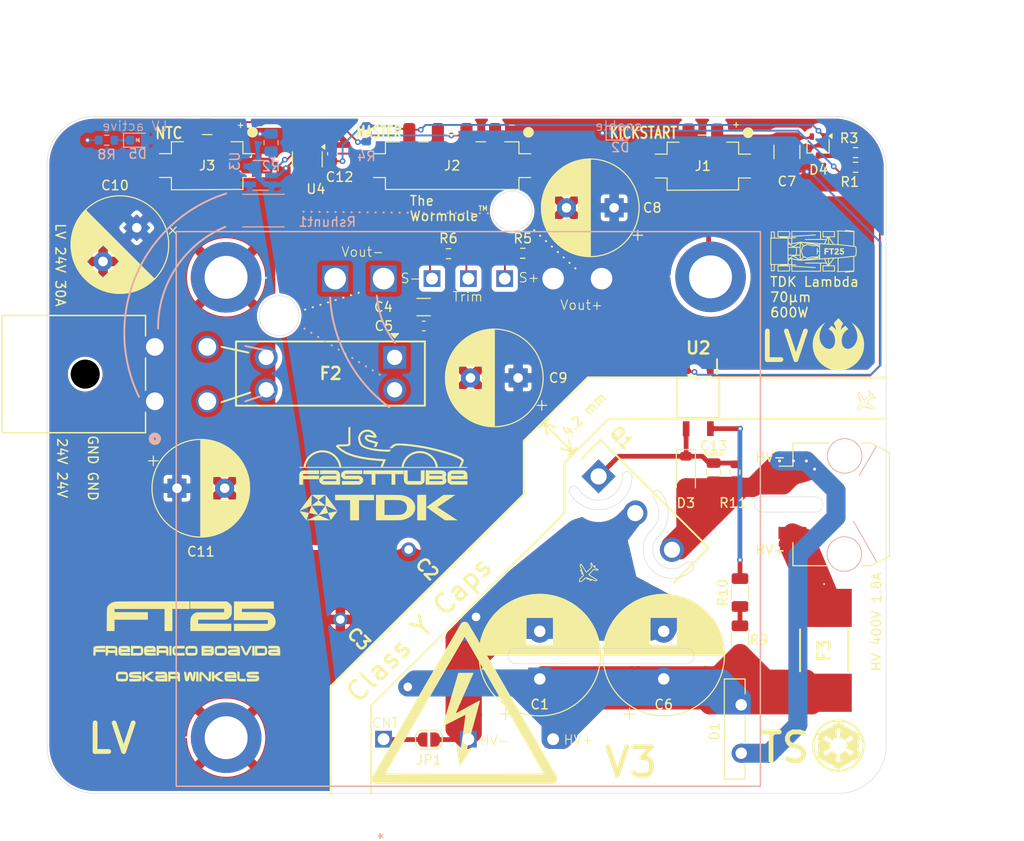
<source format=kicad_pcb>
(kicad_pcb
	(version 20241229)
	(generator "pcbnew")
	(generator_version "9.0")
	(general
		(thickness 1.67)
		(legacy_teardrops no)
	)
	(paper "A4")
	(layers
		(0 "F.Cu" mixed)
		(2 "B.Cu" mixed)
		(9 "F.Adhes" user "F.Adhesive")
		(11 "B.Adhes" user "B.Adhesive")
		(13 "F.Paste" user)
		(15 "B.Paste" user)
		(5 "F.SilkS" user "F.Silkscreen")
		(7 "B.SilkS" user "B.Silkscreen")
		(1 "F.Mask" user)
		(3 "B.Mask" user)
		(17 "Dwgs.User" user "User.Drawings")
		(19 "Cmts.User" user "User.Comments")
		(21 "Eco1.User" user "User.Eco1")
		(23 "Eco2.User" user "User.Eco2")
		(25 "Edge.Cuts" user)
		(27 "Margin" user)
		(31 "F.CrtYd" user "F.Courtyard")
		(29 "B.CrtYd" user "B.Courtyard")
		(35 "F.Fab" user)
		(33 "B.Fab" user)
		(39 "User.1" user)
		(41 "User.2" user)
		(43 "User.3" user)
		(45 "User.4" user)
		(47 "User.5" user)
		(49 "User.6" user)
		(51 "User.7" user)
		(53 "User.8" user)
		(55 "User.9" user)
	)
	(setup
		(stackup
			(layer "F.SilkS"
				(type "Top Silk Screen")
			)
			(layer "F.Paste"
				(type "Top Solder Paste")
			)
			(layer "F.Mask"
				(type "Top Solder Mask")
				(thickness 0.01)
			)
			(layer "F.Cu"
				(type "copper")
				(thickness 0.07)
			)
			(layer "dielectric 1"
				(type "core")
				(thickness 1.51)
				(material "FR4")
				(epsilon_r 4.5)
				(loss_tangent 0.02)
			)
			(layer "B.Cu"
				(type "copper")
				(thickness 0.07)
			)
			(layer "B.Mask"
				(type "Bottom Solder Mask")
				(thickness 0.01)
			)
			(layer "B.Paste"
				(type "Bottom Solder Paste")
			)
			(layer "B.SilkS"
				(type "Bottom Silk Screen")
			)
			(copper_finish "None")
			(dielectric_constraints no)
		)
		(pad_to_mask_clearance 0)
		(allow_soldermask_bridges_in_footprints no)
		(tenting front back)
		(grid_origin 154.6 131.4)
		(pcbplotparams
			(layerselection 0x00000000_00000000_55555555_5755f5ff)
			(plot_on_all_layers_selection 0x00000000_00000000_00000000_00000000)
			(disableapertmacros no)
			(usegerberextensions no)
			(usegerberattributes yes)
			(usegerberadvancedattributes yes)
			(creategerberjobfile no)
			(dashed_line_dash_ratio 12.000000)
			(dashed_line_gap_ratio 3.000000)
			(svgprecision 4)
			(plotframeref no)
			(mode 1)
			(useauxorigin yes)
			(hpglpennumber 1)
			(hpglpenspeed 20)
			(hpglpendiameter 15.000000)
			(pdf_front_fp_property_popups yes)
			(pdf_back_fp_property_popups yes)
			(pdf_metadata yes)
			(pdf_single_document no)
			(dxfpolygonmode yes)
			(dxfimperialunits yes)
			(dxfusepcbnewfont yes)
			(psnegative no)
			(psa4output no)
			(plot_black_and_white yes)
			(plotinvisibletext no)
			(sketchpadsonfab no)
			(plotpadnumbers no)
			(hidednponfab no)
			(sketchdnponfab yes)
			(crossoutdnponfab yes)
			(subtractmaskfromsilk yes)
			(outputformat 1)
			(mirror no)
			(drillshape 0)
			(scaleselection 1)
			(outputdirectory "gerber/")
		)
	)
	(net 0 "")
	(net 1 "/-VIN")
	(net 2 "GND")
	(net 3 "Net-(D4-Pad3)")
	(net 4 "/+VIN")
	(net 5 "+3V3")
	(net 6 "/LV+")
	(net 7 "/3V_buttoncell")
	(net 8 "/TEMP_TSDCDC")
	(net 9 "/HV-in")
	(net 10 "/LV_I_measure")
	(net 11 "/I_meas_weak")
	(net 12 "Net-(U1-+S)")
	(net 13 "Net-(D2-A)")
	(net 14 "Net-(D5-K)")
	(net 15 "/Vout+")
	(net 16 "Net-(R3-Pad2)")
	(net 17 "Net-(U1-TRM)")
	(net 18 "/HV+in")
	(net 19 "/Enable_G")
	(net 20 "/Enable_Opto")
	(net 21 "Net-(JP1-A)")
	(net 22 "Net-(R10-Pad1)")
	(net 23 "/Vout-")
	(footprint "Capacitor_SMD:C_1210_3225Metric" (layer "F.Cu") (at 177.6 64.721001 -90))
	(footprint "Resistor_SMD:R_0603_1608Metric" (layer "F.Cu") (at 184.8 64.8))
	(footprint "footprints:airplane" (layer "F.Cu") (at 156.66 108.97 135))
	(footprint "Capacitor_SMD:C_0805_2012Metric" (layer "F.Cu") (at 169.91 98.309999 -90))
	(footprint "footprints:VY1471M29Y5UC63V0" (layer "F.Cu") (at 130.766058 113.762876 -45))
	(footprint "footprints:rebellion" (layer "F.Cu") (at 183 84.9))
	(footprint "FaSTTUBe_connectors:Micro_Mate-N-Lok_2p_vertical" (layer "F.Cu") (at 168.783 66.21))
	(footprint "Capacitor_THT:CP_Radial_D12.5mm_P5.00mm" (layer "F.Cu") (at 151.679369 120.000968 90))
	(footprint "Capacitor_THT:CP_Radial_D10.0mm_P5.00mm" (layer "F.Cu") (at 109.411454 72.682233 -135))
	(footprint "footprints:9775031360R" (layer "F.Cu") (at 118.78 77.88 180))
	(footprint "LOGO"
		(layer "F.Cu")
		(uuid "36ea3436-548e-4414-bac1-a7348850c228")
		(at 180.33 75.14)
		(property "Reference" "G***"
			(at 0 0 0)
			(layer "F.SilkS")
			(hide yes)
			(uuid "f973503b-fa37-47d9-b20f-d30676bb0e6c")
			(effects
				(font
					(size 1.5 1.5)
					(thickness 0.3)
				)
			)
		)
		(property "Value" "LOGO"
			(at 0.75 0 0)
			(layer "F.SilkS")
			(hide yes)
			(uuid "6387be7f-2b16-465c-8f89-140f5aa812b4")
			(effects
				(font
					(size 1.5 1.5)
					(thickness 0.3)
				)
			)
		)
		(property "Datasheet" ""
			(at 0 0 0)
			(layer "F.Fab")
			(hide yes)
			(uuid "41393a24-4ba8-4af2-84c5-5556a5cd9241")
			(effects
				(font
					(size 1.27 1.27)
					(thickness 0.15)
				)
			)
		)
		(property "Description" ""
			(at 0 0 0)
			(layer "F.Fab")
			(hide yes)
			(uuid "47d9374d-4d87-4be0-875b-3451ee135b5f")
			(effects
				(font
					(size 1.27 1.27)
					(thickness 0.15)
				)
			)
		)
		(attr board_only exclude_from_pos_files exclude_from_bom)
		(fp_poly
			(pts
				(xy 2.210106 -0.240934) (xy 2.210106 -0.176067) (xy 2.115122 -0.176067) (xy 2.020138 -0.176067)
				(xy 2.020138 0.088034) (xy 2.020138 0.352134) (xy 1.948322 0.352134) (xy 1.876505 0.352134) (xy 1.876505 0.088034)
				(xy 1.876505 -0.176067) (xy 1.781521 -0.176067) (xy 1.686538 -0.176067) (xy 1.686538 -0.240935)
				(xy 1.686537 -0.305801) (xy 1.948322 -0.305801) (xy 2.210106 -0.305801)
			)
			(stroke
				(width 0)
				(type solid)
			)
			(fill yes)
			(layer "F.SilkS")
			(uuid "7df8e5e8-4ee8-444f-be4a-2fc6df64b466")
		)
		(fp_poly
			(pts
				(xy 1.644837 -0.238617) (xy 1.644837 -0.171435) (xy 1.49657 -0.171434) (xy 1.348303 -0.171434) (xy 1.348303 -0.10425)
				(xy 1.348303 -0.037067) (xy 1.484987 -0.037067) (xy 1.621671 -0.037067) (xy 1.621671 0.030116) (xy 1.621671 0.0973)
				(xy 1.484987 0.0973) (xy 1.348303 0.0973) (xy 1.348303 0.224717) (xy 1.348303 0.352134) (xy 1.27417 0.352134)
				(xy 1.200036 0.352134) (xy 1.200036 0.023167) (xy 1.200037 -0.305801) (xy 1.422437 -0.305801) (xy 1.644836 -0.305801)
			)
			(stroke
				(width 0)
				(type solid)
			)
			(fill yes)
			(layer "F.SilkS")
			(uuid "79488fa3-17fb-4e16-b5f3-2b64540a352f")
		)
		(fp_poly
			(pts
				(xy 2.532179 -0.312678) (xy 2.576155 -0.304473) (xy 2.614922 -0.2894) (xy 2.648 -0.267744) (xy 2.67491 -0.239793)
				(xy 2.695172 -0.205832) (xy 2.704208 -0.181813) (xy 2.708716 -0.159076) (xy 2.7108 -0.130942) (xy 2.71048 -0.100955)
				(xy 2.707773 -0.072656) (xy 2.703574 -0.052464) (xy 2.698715 -0.037255) (xy 2.692926 -0.02316) (xy 2.685517 -0.009402)
				(xy 2.675798 0.004797) (xy 2.663078 0.020215) (xy 2.646666 0.037632) (xy 2.625872 0.057823) (xy 2.600005 0.081568)
				(xy 2.568374 0.109644) (xy 2.53029 0.142829) (xy 2.529931 0.14314) (xy 2.430439 0.229351) (xy 2.575106 0.230575)
				(xy 2.719774 0.231799) (xy 2.719774 0.291967) (xy 2.719774 0.352134) (xy 2.490308 0.352134) (xy 2.260843 0.352134)
				(xy 2.262116 0.277056) (xy 2.263389 0.201979) (xy 2.356056 0.119177) (xy 2.402943 0.077122) (xy 2.443117 0.04073)
				(xy 2.476929 0.009665) (xy 2.504727 -0.016408) (xy 2.526863 -0.037827) (xy 2.543685 -0.054929) (xy 2.555544 -0.06805)
				(xy 2.562789 -0.077524) (xy 2.565176 -0.081851) (xy 2.5716 -0.10729) (xy 2.569746 -0.130812) (xy 2.56056 -0.15134)
				(xy 2.544994 -0.167801) (xy 2.523994 -0.179121) (xy 2.49851 -0.184225) (xy 2.475724 -0.18314) (xy 2.452963 -0.175273)
				(xy 2.433454 -0.159912) (xy 2.418912 -0.1387) (xy 2.413064 -0.123046) (xy 2.407173 -0.101018) (xy 2.367714 -0.103927)
				(xy 2.344598 -0.10571) (xy 2.320508 -0.107692) (xy 2.30031 -0.109471) (xy 2.298702 -0.109622) (xy 2.269145 -0.112408)
				(xy 2.272093 -0.14061) (xy 2.280459 -0.177948) (xy 2.296913 -0.213524) (xy 2.320278 -0.245457) (xy 2.349375 -0.271863)
				(xy 2.357833 -0.277654) (xy 2.388158 -0.29404) (xy 2.420755 -0.305158) (xy 2.458064 -0.31171) (xy 2.483473 -0.313727)
			)
			(stroke
				(width 0)
				(type solid)
			)
			(fill yes)
			(layer "F.SilkS")
			(uuid "c06ae400-d6b0-4739-b2a0-6d35249e5efc")
		)
		(fp_poly
			(pts
				(xy 3.243342 -0.245567) (xy 3.243342 -0.185334) (xy 3.111291 -0.185334) (xy 2.979241 -0.185333)
				(xy 2.979241 -0.135525) (xy 2.979241 -0.085718) (xy 3.035999 -0.085703) (xy 3.075658 -0.084189)
				(xy 3.108746 -0.079239) (xy 3.137528 -0.070212) (xy 3.16427 -0.05647) (xy 3.181956 -0.044466) (xy 3.203555 -0.026318)
				(xy 3.221029 -0.006004) (xy 3.236416 0.019128) (xy 3.246178 0.039116) (xy 3.254238 0.063529) (xy 3.259574 0.09369)
				(xy 3.261941 0.126422) (xy 3.261098 0.158544) (xy 3.257324 0.184609) (xy 3.244399 0.223685) (xy 3.224208 0.260227)
				(xy 3.198098 0.292412) (xy 3.167418 0.318418) (xy 3.150847 0.328502) (xy 3.111135 0.345164) (xy 3.066727 0.356095)
				(xy 3.020478 0.360938) (xy 2.975243 0.359334) (xy 2.945754 0.354196) (xy 2.903627 0.339619) (xy 2.867264 0.317857)
				(xy 2.836999 0.289211) (xy 2.813163 0.253981) (xy 2.79881 0.220868) (xy 2.79432 0.207035) (xy 2.791744 0.197519)
				(xy 2.791552 0.194601) (xy 2.796444 0.193609) (xy 2.808775 0.190877) (xy 2.826961 0.186759) (xy 2.849416 0.181613)
				(xy 2.863407 0.178384) (xy 2.887539 0.172819) (xy 2.908262 0.168078) (xy 2.924002 0.164518) (xy 2.933186 0.162495)
				(xy 2.934883 0.162167) (xy 2.937199 0.166065) (xy 2.941475 0.175947) (xy 2.943919 0.182163) (xy 2.957618 0.206359)
				(xy 2.976856 0.224378) (xy 2.999977 0.235881) (xy 3.025322 0.240528) (xy 3.051235 0.23798) (xy 3.076057 0.227898)
				(xy 3.095075 0.213134) (xy 3.111612 0.190456) (xy 3.120769 0.164235) (xy 3.12262 0.136431) (xy 3.117245 0.108995)
				(xy 3.10472 0.083886) (xy 3.089275 0.066498) (xy 3.070671 0.05315) (xy 3.049056 0.043822) (xy 3.022749 0.038071)
				(xy 2.990066 0.035457) (xy 2.969974 0.03519) (xy 2.940708 0.035905) (xy 2.915232 0.038169) (xy 2.889963 0.042519)
				(xy 2.861313 0.04949) (xy 2.845988 0.053732) (xy 2.835519 0.056704) (xy 2.838042 -0.086323) (xy 2.838768 -0.123978)
				(xy 2.83959 -0.160526) (xy 2.840463 -0.194417) (xy 2.841344 -0.224098) (xy 2.842188 -0.248021) (xy 2.842954 -0.264633)
				(xy 2.843135 -0.267576) (xy 2.845706 -0.305801) (xy 3.044525 -0.305801) (xy 3.243342 -0.305801)
			)
			(stroke
				(width 0)
				(type solid)
			)
			(fill yes)
			(layer "F.SilkS")
			(uuid "5a963cb9-9510-4127-9f96-127e7c222fca")
		)
		(fp_poly
			(pts
				(xy 3.38727 -2.232811) (xy 3.40086 -2.231479) (xy 3.422092 -2.229358) (xy 3.450178 -2.22653) (xy 3.484329 -2.223073)
				(xy 3.523759 -2.219069) (xy 3.567678 -2.214599) (xy 3.615297 -2.209743) (xy 3.66583 -2.204582) (xy 3.718489 -2.199197)
				(xy 3.772484 -2.193667) (xy 3.827029 -2.188075) (xy 3.881335 -2.182501) (xy 3.934614 -2.177024)
				(xy 3.986077 -2.171727) (xy 4.034939 -2.166689) (xy 4.080407 -2.161992) (xy 4.121698 -2.157716)
				(xy 4.158021 -2.153941) (xy 4.188587 -2.150748) (xy 4.200017 -2.149547) (xy 4.234253 -2.145885)
				(xy 4.265408 -2.142435) (xy 4.292316 -2.139335) (xy 4.31381 -2.136726) (xy 4.328722 -2.134745) (xy 4.335885 -2.133532)
				(xy 4.336334 -2.133359) (xy 4.336533 -2.128574) (xy 4.336655 -2.115023) (xy 4.336705 -2.093209)
				(xy 4.336684 -2.063633) (xy 4.336595 -2.026795) (xy 4.33644 -1.983198) (xy 4.336223 -1.933343) (xy 4.335944 -1.877731)
				(xy 4.335608 -1.816864) (xy 4.335216 -1.751243) (xy 4.33477 -1.681369) (xy 4.334273 -1.607743) (xy 4.333728 -1.530869)
				(xy 4.333136 -1.451244) (xy 4.332871 -1.416624) (xy 4.332241 -1.334602) (xy 4.331634 -1.254271)
				(xy 4.33105 -1.176204) (xy 4.330496 -1.10097) (xy 4.329976 -1.029142) (xy 4.329492 -0.961291) (xy 4.329052 -0.897987)
				(xy 4.328655 -0.839801) (xy 4.328308 -0.787305) (xy 4.328013 -0.741071) (xy 4.327776 -0.701668)
				(xy 4.327599 -0.669669) (xy 4.327487 -0.645643) (xy 4.327444 -0.630164) (xy 4.327444 -0.627586)
				(xy 4.327545 -0.55322) (xy 4.37377 -0.54809) (xy 4.419996 -0.542959) (xy 4.484971 -0.483626) (xy 4.505281 -0.464833)
				(xy 4.522986 -0.44798) (xy 4.537024 -0.434118) (xy 4.546333 -0.424295) (xy 4.54985 -0.419562) (xy 4.549855 -0.419489)
				(xy 4.550293 -0.414027) (xy 4.551582 -0.400285) (xy 4.55363 -0.379199) (xy 4.556344 -0.351708) (xy 4.55963 -0.31875)
				(xy 4.563396 -0.281261) (xy 4.567548 -0.240179) (xy 4.571355 -0.202709) (xy 4.592945 0.009267) (xy 4.571355 0.221242)
				(xy 4.566945 0.264663) (xy 4.562841 0.305296) (xy 4.559137 0.342206) (xy 4.555926 0.374453) (xy 4.553301 0.401102)
				(xy 4.551353 0.421213) (xy 4.550178 0.433849) (xy 4.549855 0.438022) (xy 4.546612 0.442512) (xy 4.537531 0.452137)
				(xy 4.523674 0.465847) (xy 4.506105 0.482593) (xy 4.485885 0.501324) (xy 4.484971 0.50216) (xy 4.419997 0.561493)
				(xy 4.373769 0.566623) (xy 4.327545 0.571753) (xy 4.327444 0.646119) (xy 4.327469 0.65926) (xy 4.327563 0.681097)
				(xy 4.327723 0.711058) (xy 4.327945 0.748571) (xy 4.328225 0.793067) (xy 4.328559 0.843974) (xy 4.328943 0.90072)
				(xy 4.329373 0.962734) (xy 4.329846 1.029446) (xy 4.330356 1.100286) (xy 4.330901 1.17468) (xy 4.331477 1.252059)
				(xy 4.332079 1.33185) (xy 4.332704 1.413485) (xy 4.332871 1.435157) (xy 4.333481 1.5158) (xy 4.334047 1.593906)
				(xy 4.334564 1.668978) (xy 4.335032 1.740512) (xy 4.335447 1.808006) (xy 4.335808 1.870958) (xy 4.336111 1.928869)
				(xy 4.336355 1.981237) (xy 4.336537 2.02756) (xy 4.336653 2.067337) (xy 4.336704 2.100067) (xy 4.336685 2.125248)
				(xy 4.336594 2.142379) (xy 4.336429 2.150958) (xy 4.336335 2.151893) (xy 4.331377 2.152884) (xy 4.318367 2.15468)
				(xy 4.298472 2.157138) (xy 4.272859 2.160123) (xy 4.242694 2.163495) (xy 4.209148 2.167117) (xy 4.200017 2.168082)
				(xy 4.172233 2.170992) (xy 4.138346 2.174521) (xy 4.099146 2.178586) (xy 4.055419 2.183108) (xy 4.007954 2.188005)
				(xy 3.957539 2.193199) (xy 3.904962 2.198607) (xy 3.851011 2.204148) (xy 3.796475 2.209742) (xy 3.742141 2.215309)
				(xy 3.688796 2.220768) (xy 3.63723 2.226037) (xy 3.588231 2.231037) (xy 3.542586 2.235687) (xy 3.501083 2.239906)
				(xy 3.464512 2.243614) (xy 3.433658 2.246729) (xy 3.409312 2.249172) (xy 3.39226 2.250859) (xy 3.383291 2.251715)
				(xy 3.382109 2.251806) (xy 3.380255 2.247528) (xy 3.378178 2.23608) (xy 3.376217 2.219545) (xy 3.37545 2.210835)
				(xy 3.3736 2.191763) (xy 3.371439 2.175942) (xy 3.369333 2.165869) (xy 3.368582 2.163999) (xy 3.368194 2.163123)
				(xy 3.367841 2.162336) (xy 3.367055 2.161657) (xy 3.365358 2.161104) (xy 3.362276 2.160697) (xy 3.357337 2.160453)
				(xy 3.350069 2.160392) (xy 3.339994 2.160532) (xy 3.32664 2.16089) (xy 3.309536 2.161487) (xy 3.288204 2.162341)
				(xy 3.26217 2.16347) (xy 3.230964 2.164892) (xy 3.19411 2.166627) (xy 3.151135 2.168692) (xy 3.101565 2.171107)
				(xy 3.044926 2.17389) (xy 2.980744 2.177059) (xy 2.908545 2.180634) (xy 2.827857 2.184632) (xy 2.773776 2.187311)
				(xy 2.723126 2.189773) (xy 2.675244 2.19201) (xy 2.630927 2.19399) (xy 2.590972 2.195683) (xy 2.556177 2.197057)
				(xy 2.52734 2.198081) (xy 2.505257 2.198724) (xy 2.490727 2.198954) (xy 2.484548 2.198738) (xy 2.484397 2.198675)
				(xy 2.482972 2.193086) (xy 2.4815 2.180449) (xy 2.480208 2.162975) (xy 2.479683 2.152716) (xy 2.477796 2.109587)
				(xy 2.502643 2.106603) (xy 2.520245 2.105084) (xy 2.542271 2.103995) (xy 2.563398 2.103579) (xy 2.599307 2.103539)
				(xy 2.599205 2.03983) (xy 2.599136 2.026958) (xy 2.59896 2.005475) (xy 2.598682 1.976034) (xy 2.598313 1.939289)
				(xy 2.597857 1.895895) (xy 2.597323 1.846507) (xy 2.596718 1.791777) (xy 2.596049 1.732363) (xy 2.595323 1.668916)
				(xy 2.594547 1.602089) (xy 2.593729 1.53254) (xy 2.592876 1.460921) (xy 2.592357 1.417804) (xy 2.591488 1.345622)
				(xy 2.590651 1.275356) (xy 2.589851 1.207638) (xy 2.589097 1.143098) (xy 2.588395 1.08237) (xy 2.587752 1.026085)
				(xy 2.587175 0.974875) (xy 2.586672 0.929372) (xy 2.58625 0.890208) (xy 2.585916 0.858015) (xy 2.585677 0.833425)
				(xy 2.585539 0.817069) (xy 2.585508 0.811266) (xy 2.585407 0.763045) (xy 2.477681 0.76615) (xy 2.420738 0.767807)
				(xy 2.372367 0.769264) (xy 2.331872 0.770562) (xy 2.298559 0.771745) (xy 2.271738 0.772854) (xy 2.250712 0.773931)
				(xy 2.234789 0.775018) (xy 2.223275 0.776158) (xy 2.215478 0.777392) (xy 2.210703 0.778764) (xy 2.208257 0.780313)
				(xy 2.207447 0.782084) (xy 2.207419 0.782564) (xy 2.204733 0.787317) (xy 2.196946 0.798996) (xy 2.184444 0.817061)
				(xy 2.167617 0.84097) (xy 2.146849 0.870183) (xy 2.122527 0.90416) (xy 2.09504 0.94236) (xy 2.064773 0.984242)
				(xy 2.032115 1.029266) (xy 1.99745 1.07689) (xy 1.961168 1.126575) (xy 1.960005 1.128165) (xy 1.923623 1.177986)
				(xy 1.888809 1.225823) (xy 1.855956 1.271128) (xy 1.825453 1.313354) (xy 1.797694 1.351955) (xy 1.773068 1.386383)
				(xy 1.751966 1.416092) (xy 1.734781 1.440534) (xy 1.721903 1.459162) (xy 1.713724 1.47143) (xy 1.710635 1.47679)
				(xy 1.710627 1.476824) (xy 1.708624 1.487304) (xy 2.003382 1.487304) (xy 2.298139 1.487304) (xy 2.298144 1.583446)
				(xy 2.298213 1.608384) (xy 2.298406 1.641116) (xy 2.29871 1.680174) (xy 2.299111 1.724089) (xy 2.299595 1.771389)
				(xy 2.300147 1.820606) (xy 2.300755 1.870268) (xy 2.301218 1.905463) (xy 2.304286 2.131339) (xy 1.647305 2.131339)
				(xy 0.990323 2.131339) (xy 0.993195 2.113964) (xy 0.993689 2.106417) (xy 0.994158 2.090423) (xy 0.994594 2.066805)
				(xy 0.99496 2.038672) (xy 1.08875 2.038672) (xy 1.647111 2.038672) (xy 2.205472 2.038672) (xy 2.205472 1.809321)
				(xy 2.205472 1.579971) (xy 1.656421 1.579199) (xy 1.585739 1.579096) (xy 1.517565 1.578991) (xy 1.452484 1.578885)
				(xy 1.391074 1.578779) (xy 1.333918 1.578675) (xy 1.281595 1.578571) (xy 1.234689 1.578472) (xy 1.193778 1.578378)
				(xy 1.159447 1.57829) (xy 1.132272 1.578209) (xy 1.112838 1.578137) (xy 1.101725 1.578074) (xy 1.099261 1.57804)
				(xy 1.097423 1.578408) (xy 1.095875 1.580202) (xy 1.094589 1.584173) (xy 1.093535 1.591074) (xy 1.092682 1.601656)
				(xy 1.091999 1.61667) (xy 1.091456 1.636869) (xy 1.091023 1.663004) (xy 1.090669 1.695827) (xy 1.090364 1.736087)
				(xy 1.090077 1.784539) (xy 1.089951 1.808163) (xy 1.08875 2.038672) (xy 0.99496 2.038672) (xy 0.99499 2.036382)
				(xy 0.995338 1.999975) (xy 0.995631 1.958404) (xy 0.995862 1.912492) (xy 0.996024 1.863057) (xy 0.996108 1.810921)
				(xy 0.996118 1.78963) (xy 0.996169 1.482671) (xy 1.242123 1.482671) (xy 1.291787 1.482595) (xy 1.337431 1.482378)
				(xy 1.378334 1.48203) (xy 1.413769 1.481564) (xy 1.443013 1.480992) (xy 1.465339 1.480327) (xy 1.480024 1.47958)
				(xy 1.486341 1.478764) (xy 1.486531 1.478558) (xy 1.484152 1.47334) (xy 1.478357 1.461039) (xy 1.469747 1.442919)
				(xy 1.458926 1.420247) (xy 1.446495 1.394288) (xy 1.441011 1.382862) (xy 1.397037 1.291279) (xy 1.283478 1.294298)
				(xy 1.249685 1.295057) (xy 1.208904 1.295746) (xy 1.163413 1.296342) (xy 1.11549 1.296818) (xy 1.067413 1.297151)
				(xy 1.021462 1.297314) (xy 1.006594 1.297327) (xy 0.843269 1.297337) (xy 0.843269 1.721288) (xy 0.843269 2.145239)
				(xy -0.708148 2.145239) (xy -2.259563 2.145239) (xy -2.262634 1.935978) (xy -2.263315 1.886185)
				(xy -2.263944 1.833688) (xy -2.264503 1.780411) (xy -2.264976 1.728276) (xy -2.265345 1.679207)
				(xy -2.265592 1.635127) (xy -2.265702 1.59796) (xy -2.265706 1.590794) (xy -2.265739 1.55167) (xy -2.265876 1.520834)
				(xy -2.266173 1.497306) (xy -2.266692 1.480108) (xy -2.26749 1.46826) (xy -2.268626 1.460783) (xy -2.270157 1.456697)
				(xy -2.272141 1.455025) (xy -2.273814 1.454766) (xy -2.280294 1.454537) (xy -2.294854 1.453935)
				(xy -2.316319 1.453013) (xy -2.343512 1.451821) (xy -2.37526 1.450411) (xy -2.410382 1.448834) (xy -2.43019 1.447939)
				(xy -2.468142 1.446262) (xy -2.504686 1.44473) (xy -2.538371 1.443397) (xy -2.567745 1.442318) (xy -2.591357 1.441547)
				(xy -2.607758 1.441142) (xy -2.612049 1.441093) (xy -2.64564 1.44097) (xy -2.64564 1.468771) (xy -2.645639 1.496571)
				(xy -2.525331 1.496571) (xy -2.405021 1.496571) (xy -2.403705 1.805846) (xy -2.403515 1.858546)
				(xy -2.403401 1.908502) (xy -2.40336 1.954946) (xy -2.40339 1.997109) (xy -2.403489 2.034222) (xy -2.403653 2.065515)
				(xy -2.403881 2.090221) (xy -2.404171 2.107569) (xy -2.404518 2.116791) (xy -2.404706 2.118106)
				(xy -2.409529 2.11848) (xy -2.423095 2.118886) (xy -2.44488 2.119321) (xy -2.474362 2.119778) (xy -2.511016 2.120253)
				(xy -2.554319 2.12074) (xy -2.603749 2.121235) (xy -2.658781 2.121732) (xy -2.718891 2.122227) (xy -2.783558 2.122715)
				(xy -2.852257 2.12319) (xy -2.924462 2.123648) (xy -2.999654 2.124083) (xy -3.0638 2.124423) (xy -3.720577 2.127757)
				(xy -3.720577 1.81448) (xy -3.720577 1.593871) (xy -3.62791 1.593871) (xy -3.62791 1.814711) (xy -3.62791 2.03555)
				(xy -3.411698 2.032478) (xy -3.369215 2.031948) (xy -3.31891 2.031448) (xy -3.262228 2.030984) (xy -3.200615 2.030565)
				(xy -3.135516 2.030198) (xy -3.068375 2.029891) (xy -3.000637 2.029653) (xy -2.933749 2.02949) (xy -2.869154 2.029412)
				(xy -2.846385 2.029405) (xy -2.497283 2.029405) (xy -2.498486 1.81048) (xy -2.49969 1.591554) (xy -2.537915 1.591676)
				(xy -2.547579 1.591701) (xy -2.565869 1.591743) (xy -2.592146 1.591801) (xy -2.62577 1.591872) (xy -2.666099 1.591957)
				(xy -2.712496 1.592053) (xy -2.764319 1.592159) (xy -2.820929 1.592274) (xy -2.881685 1.592396)
				(xy -2.945948 1.592525) (xy -3.013077 1.592659) (xy -3.082432 1.592796) (xy -3.102025 1.592834)
				(xy -3.62791 1.593871) (xy -3.720577 1.593871) (xy -3.720577 1.501204) (xy -3.654551 1.501183) (xy -3.624666 1.500936)
				(xy -3.592334 1.500279) (xy -3.561481 1.499312) (xy -3.536401 1.498158) (xy -3.484276 1.495155)
				(xy -3.484276 1.468063) (xy -3.484276 1.44097) (xy -3.740716 1.44097) (xy -3.997156 1.44097) (xy -4.000524 1.764101)
				(xy -4.001097 1.817922) (xy -4.001663 1.868962) (xy -4.002214 1.916476) (xy -4.002738 1.959718)
				(xy -4.003227 1.997942) (xy -4.00367 2.030405) (xy -4.004058 2.056359) (xy -4.004382 2.07506) (xy -4.004631 2.085762)
				(xy -4.004755 2.088096) (xy -4.009616 2.088576) (xy -4.02259 2.089168) (xy -4.042528 2.089847) (xy -4.068278 2.090589)
				(xy -4.098689 2.091373) (xy -4.132609 2.092176) (xy -4.168888 2.092974) (xy -4.206373 2.093745)
				(xy -4.243913 2.094466) (xy -4.28036 2.095114) (xy -4.314559 2.095667) (xy -4.34536 2.096101) (xy -4.371612 2.096393)
				(xy -4.392163 2.096521) (xy -4.405862 2.096463) (xy -4.411559 2.096194) (xy -4.41163 2.096166) (xy -4.412287 2.091243)
				(xy -4.412909 2.077802) (xy -4.413489 2.056593) (xy -4.414016 2.028365) (xy -4.414482 1.993867)
				(xy -4.414878 1.953848) (xy -4.415193 1.909058) (xy -4.415422 1.860246) (xy -4.415551 1.808161)
				(xy -4.415578 1.769665) (xy -4.415578 1.445919) (xy -4.322912 1.44592) (xy -4.322911 1.632667) (xy -4.32283 1.677998)
				(xy -4.322597 1.724363) (xy -4.322233 1.770035) (xy -4.321755 1.813286) (xy -4.321184 1.852391)
				(xy -4.320538 1.885623) (xy -4.319861 1.910511) (xy -4.31681 2.001605) (xy -4.27237 2.001588) (xy -4.250095 2.001348)
				(xy -4.222113 2.000707) (xy -4.191967 1.999762) (xy -4.163205 1.99861) (xy -4.162654 1.998585) (xy -4.09738 1.995599)
				(xy -4.094329 1.722449) (xy -4.093807 1.672987) (xy -4.093375 1.626306) (xy -4.093037 1.583227)
				(xy -4.092796 1.544568) (xy -4.092653 1.51115) (xy -4.092615 1.483793) (xy -4.092685 1.463316) (xy -4.092866 1.450539)
				(xy -4.09313 1.446294) (xy -4.09808 1.445515) (xy -4.111021 1.444917) (xy -4.130668 1.444519) (xy -4.155749 1.444338)
				(xy -4.184984 1.444394) (xy -4.208947 1.444604) (xy -4.322912 1.44592) (xy -4.415578 1.445919) (xy -4.415578 1.445604)
				(xy -4.44609 1.445604) (xy -4.476601 1.445603) (xy -4.472918 1.340195) (xy -4.472551 1.32484) (xy -4.472203 1.300703)
				(xy -4.471875 1.268271) (xy -4.471567 1.22803) (xy -4.471279 1.180464) (xy -4.47101 1.126058) (xy -4.470761 1.065302)
				(xy -4.470532 0.998677) (xy -4.470323 0.92667) (xy -4.470132 0.849767) (xy -4.469964 0.768454) (xy -4.469814 0.683216)
				(xy -4.469683 0.594538) (xy -4.469572 0.502907) (xy -4.469482 0.408808) (xy -4.469412 0.312726)
				(xy -4.469361 0.215146) (xy -4.469329 0.116557) (xy -4.469318 0.017441) (xy -4.469319 0.009267)
				(xy -4.376195 0.009267) (xy -4.376195 1.348304) (xy -3.921735 1.348303) (xy -3.84542 1.348265) (xy -3.763054 1.348156)
				(xy -3.676284 1.347978) (xy -3.586755 1.34774) (xy -3.496112 1.347448) (xy -3.4755 1.34737) (xy -2.566874 1.347369)
				(xy -2.510115 1.350271) (xy -2.485398 1.351507) (xy -2.454562 1.353009) (xy -2.420743 1.354622)
				(xy -2.387079 1.356201) (xy -2.369956 1.35699) (xy -2.342439 1.358262) (xy -2.317591 1.359435) (xy -2.297116 1.360426)
				(xy -2.28272 1.361153) (xy -2.27648 1.361507) (xy -2.266404 1.362204) (xy -2.268995 1.099261) (xy -2.269489 1.050816)
				(xy -2.269988 1.005216) (xy -2.270479 0.963292) (xy -2.270952 0.925869) (xy -2.271395 0.893779)
				(xy -2.271407 0.893007) (xy -2.176597 0.893007) (xy -2.176496 0.920555) (xy -2.176287 0.953996)
				(xy -2.175973 0.992488) (xy -2.175561 1.035186) (xy -2.175055 1.081248) (xy -2.174701 1.110891)
				(xy -2.17154 1.365972) (xy -2.129432 1.368977) (xy -2.067771 1.373609) (xy -2.010185 1.378392) (xy -1.957281 1.383255)
				(xy -1.909674 1.388125) (xy -1.867971 1.39293) (xy -1.832783 1.397595) (xy -1.80472 1.40205) (xy -1.784393 1.406223)
				(xy -1.772412 1.410037) (xy -1.769774 1.411753) (xy -1.769529 1.417538) (xy -1.771735 1.42998) (xy -1.775956 1.446925)
				(xy -1.778921 1.457187) (xy -1.785239 1.477077) (xy -1.790133 1.489488) (xy -1.794401 1.495928)
				(xy -1.798845 1.497914) (xy -1.800426 1.497857) (xy -1.808153 1.49683) (xy -1.823059 1.494741) (xy -1.843149 1.491874)
				(xy -1.866434 1.488511) (xy -1.871871 1.48772) (xy -1.897523 1.484335) (xy -1.929466 1.480654) (xy -1.964746 1.476986)
				(xy -2.000406 1.473642) (xy -2.027089 1.471419) (xy -2.057452 1.46905) (xy -2.086497 1.466764) (xy -2.112259 1.464717)
				(xy -2.132778 1.463064) (xy -2.146087 1.461962) (xy -2.146397 1.461935) (xy -2.173039 1.459646)
				(xy -2.173039 1.489692) (xy -2.172691 1.506113) (xy -2.171285 1.515262) (xy -2.168279 1.519122)
				(xy -2.164797 1.519737) (xy -2.158723 1.520031) (xy -2.144281 1.520874) (xy -2.12235 1.522213) (xy -2.093809 1.52399)
				(xy -2.059538 1.526152) (xy -2.020415 1.528643) (xy -1.977319 1.531407) (xy -1.93113 1.534389) (xy -1.906488 1.535988)
				(xy -1.854929 1.539338) (xy -1.80268 1.542728) (xy -1.751135 1.546071) (xy -1.701688 1.549275) (xy -1.655732 1.55225)
				(xy -1.614661 1.554907) (xy -1.579869 1.557154) (xy -1.552749 1.558901) (xy -1.549854 1.559087)
				(xy -1.519396 1.561047) (xy -1.481663 1.56348) (xy -1.438624 1.566258) (xy -1.392251 1.569254) (xy -1.344516 1.57234)
				(xy -1.297389 1.575391) (xy -1.264903 1.577495) (xy -1.217015 1.580596) (xy -1.16498 1.583963) (xy -1.111213 1.587439)
				(xy -1.058137 1.590868) (xy -1.008165 1.594093) (xy -0.963719 1.596959) (xy -0.942887 1.598301)
				(xy -0.897305 1.601236) (xy -0.845716 1.60456) (xy -0.791355 1.608063) (xy -0.737462 1.611537) (xy -0.687275 1.614773)
				(xy -0.655619 1.616816) (xy -0.610848 1.619703) (xy -0.559926 1.622982) (xy -0.505948 1.626455)
				(xy -0.452011 1.629924) (xy -0.401211 1.633186) (xy -0.363718 1.635592) (xy -0.328419 1.637861)
				(xy -0.285555 1.640625) (xy -0.236806 1.643776) (xy -0.183852 1.647202) (xy -0.128376 1.650799)
				(xy -0.072057 1.654455) (xy -0.016577 1.658062) (xy 0.031407 1.661186) (xy 0.078504 1.664246) (xy 0.122931 1.667115)
				(xy 0.163807 1.669738) (xy 0.200251 1.672059) (xy 0.231381 1.674022) (xy 0.256316 1.675572) (xy 0.274174 1.676652)
				(xy 0.284073 1.677206) (xy 0.285714 1.677271) (xy 0.289145 1.678355) (xy 0.291125 1.682707) (xy 0.291847 1.691981)
				(xy 0.291504 1.70783) (xy 0.290854 1.721421) (xy 0.289553 1.740799) (xy 0.287959 1.756543) (xy 0.286321 1.766454)
				(xy 0.285478 1.768637) (xy 0.280651 1.768608) (xy 0.266958 1.768) (xy 0.24478 1.766836) (xy 0.214499 1.765141)
				(xy 0.176497 1.762937) (xy 0.131153 1.76025) (xy 0.078851 1.757101) (xy 0.019972 1.753516) (xy -0.045106 1.749517)
				(xy -0.115998 1.745128) (xy -0.192324 1.740372) (xy -0.273703 1.735274) (xy -0.359753 1.729857)
				(xy -0.450093 1.724144) (xy -0.544342 1.718159) (xy -0.642118 1.711925) (xy -0.743041 1.705468)
				(xy -0.846728 1.698808) (xy -0.944155 1.692531) (xy -1.050013 1.6857) (xy -1.153439 1.679031) (xy -1.254052 1.67255)
				(xy -1.351472 1.666279) (xy -1.445319 1.660243) (xy -1.535212 1.654466) (xy -1.620772 1.648974)
				(xy -1.701618 1.643789) (xy -1.77737 1.638936) (xy -1.847648 1.634441) (xy -1.912071 1.630326) (xy -1.97026 1.626617)
				(xy -2.021834 1.623337) (xy -2.066412 1.620512) (xy -2.103615 1.618164) (xy -2.133063 1.61632) (xy -2.154375 1.615002)
				(xy -2.167171 1.614236) (xy -2.171095 1.614039) (xy -2.171128 1.618662) (xy -2.171074 1.631645)
				(xy -2.170943 1.652082) (xy -2.170742 1.679067) (xy -2.170476 1.711694) (xy -2.170155 1.749057)
				(xy -2.169782 1.790249) (xy -2.169374 1.833647) (xy -2.167282 2.052572) (xy -0.707684 2.052572)
				(xy 0.751913 2.052572) (xy 0.748501 1.676113) (xy 0.747965 1.617934) (xy 0.747438 1.562492) (xy 0.746927 1.510476)
				(xy 0.746439 1.462575) (xy 0.745982 1.419482) (xy 0.745565 1.381879) (xy 0.745193 1.350461) (xy 0.744876 1.325917)
				(xy 0.74462 1.308934) (xy 0.744433 1.300203) (xy 0.74437 1.299146) (xy 0.739738 1.29906) (xy 0.726314 1.298912)
				(xy 0.704572 1.298707) (xy 0.674985 1.29845) (xy 0.63803 1.298141) (xy 0.594179 1.297786) (xy 0.543907 1.297389)
				(xy 0.487688 1.296953) (xy 0.425996 1.296482) (xy 0.359306 1.295979) (xy 0.288092 1.295448) (xy 0.212828 1.294894)
				(xy 0.133988 1.294318) (xy 0.052047 1.293726) (xy -0.032522 1.293121) (xy -0.050967 1.292989) (xy -0.136082 1.292366)
				(xy -0.218697 1.291727) (xy -0.298338 1.291076) (xy -0.374525 1.29042) (xy -0.446785 1.289762) (xy -0.51464 1.289109)
				(xy -0.577615 1.288467) (xy -0.635234 1.287838) (xy -0.687017 1.287229) (xy -0.732492 1.286647)
				(xy -0.771182 1.286094) (xy -0.80261 1.285578) (xy -0.8263 1.285103) (xy -0.841774 1.284674) (xy -0.848559 1.284296)
				(xy -0.848834 1.284224) (xy -0.849966 1.278521) (xy -0.850313 1.265798) (xy -0.849853 1.248265)
				(xy -0.849272 1.23771) (xy -0.84646 1.194313) (xy -0.241371 1.198332) (xy -0.165921 1.198806) (xy -0.087571 1.199245)
				(xy -0.006827 1.199647) (xy 0.075804 1.200015) (xy 0.159817 1.200345) (xy 0.244705 1.200641) (xy 0.329962 1.2009)
				(xy 0.415083 1.201123) (xy 0.49956 1.201308) (xy 0.582888 1.201456) (xy 0.664561 1.201569) (xy 0.744073 1.201645)
				(xy 0.820918 1.20168) (xy 0.894589 1.201678) (xy 0.964581 1.20164) (xy 1.030387 1.201562) (xy 1.091501 1.201446)
				(xy 1.147417 1.20129) (xy 1.19763 1.201096) (xy 1.241632 1.200862) (xy 1.278919 1.200589) (xy 1.308983 1.200276)
				(xy 1.331319 1.199923) (xy 1.34542 1.19953) (xy 1.35078 1.199096) (xy 1.350806 1.199078) (xy 1.349214 1.19475)
				(xy 1.344123 1.183101) (xy 1.336024 1.165174) (xy 1.325408 1.142014) (xy 1.312764 1.114663) (xy 1.298583 1.084164)
				(xy 1.283355 1.051563) (xy 1.26757 1.0179) (xy 1.251718 0.984222) (xy 1.23629 0.951571) (xy 1.221776 0.920988)
				(xy 1.208665 0.893521) (xy 1.197449 0.87021) (xy 1.188618 0.852101) (xy 1.18266 0.840235) (xy 1.180095 0.835685)
				(xy 1.175226 0.835695) (xy 1.161554 0.836353) (xy 1.139522 0.83763) (xy 1.10957 0.839495) (xy 1.07214 0.84192)
				(xy 1.027672 0.844876) (xy 0.976607 0.848331) (xy 0.919386 0.852257) (xy 0.85645 0.856627) (xy 0.788239 0.861409)
				(xy 0.715194 0.866573) (xy 0.685735 0.868667) (xy 0.663095 0.870269) (xy 0.632355 0.872428) (xy 0.594658 0.875065)
				(xy 0.551149 0.8781) (xy 0.502971 0.881454) (xy 0.451269 0.885047) (xy 0.397186 0.888799) (xy 0.341867 0.89263)
				(xy 0.286456 0.896461) (xy 0.284951 0.896566) (xy 0.176937 0.90403) (xy 0.077696 0.910891) (xy -0.013246 0.917182)
				(xy -0.09636 0.922935) (xy -0.172119 0.928184) (xy -0.240997 0.932962) (xy -0.303464 0.9373) (xy -0.359995 0.941234)
				(xy -0.411061 0.944794) (xy -0.457135 0.948013) (xy -0.49869 0.950924) (xy -0.536198 0.953561) (xy -0.549051 0.954467)
				(xy -0.578891 0.956562) (xy -0.616558 0.95919) (xy -0.660642 0.962254) (xy -0.709728 0.965655) (xy -0.7624 0.969296)
				(xy -0.817245 0.973079) (xy -0.872847 0.976906) (xy -0.927792 0.980679) (xy -0.949836 0.98219) (xy -1.01286 0.986511)
				(xy -1.067275 0.990257) (xy -1.113708 0.993486) (xy -1.152795 0.996259) (xy -1.185167 0.998635)
				(xy -1.211458 1.000672) (xy -1.232301 1.002429) (xy -1.248327 1.003966) (xy -1.26017 1.005342) (xy -1.268462 1.006617)
				(xy -1.273837 1.007848) (xy -1.276926 1.009095) (xy -1.278363 1.010417) (xy -1.27878 1.011874) (xy -1.278804 1.012926)
				(xy -1.282603 1.018344) (xy -1.286912 1.019325) (xy -1.292531 1.018476) (xy -1.306619 1.016012)
				(xy -1.328539 1.012051) (xy -1.357656 1.006711) (xy -1.393335 1.000111) (xy -1.434941 0.992369)
				(xy -1.481838 0.983603) (xy -1.533392 0.973932) (xy -1.588967 0.963474) (xy -1.647926 0.952347)
				(xy -1.709637 0.94067) (xy -1.734781 0.935903) (xy -1.797241 0.924076) (xy -1.857088 0.912784) (xy -1.913699 0.902139)
				(xy -1.953465 0.894691) (xy -1.182718 0.894691) (xy -1.181463 0.896526) (xy -1.178384 0.896375)
				(xy -1.172445 0.895435) (xy -1.157826 0.893191) (xy -1.135011 0.889716) (xy -1.104486 0.885085)
				(xy -1.066734 0.879368) (xy -1.022239 0.87264) (xy -0.971486 0.864975) (xy -0.914959 0.856444) (xy -0.853143 0.847121)
				(xy -0.786521 0.837079) (xy -0.736248 0.829506) (xy 1.283437 0.829506) (xy 1.285371 0.83409) (xy 1.290948 0.846313)
				(xy 1.299823 0.865444) (xy 1.311656 0.890755) (xy 1.326103 0.921518) (xy 1.342822 0.957002) (xy 1.361471 0.99648)
				(xy 1.381708 1.039222) (xy 1.403189 1.0845) (xy 1.404312 1.086863) (xy 1.426648 1.133895) (xy 1.448401 1.179705)
				(xy 1.46914 1.223387) (xy 1.488433 1.264033) (xy 1.50585 1.300734) (xy 1.52096 1.332582) (xy 1.53333 1.358667)
				(xy 1.542531 1.378082) (xy 1.547623 1.388845) (xy 1.556963 1.407744) (xy 1.565324 1.423077) (xy 1.571732 1.433155)
				(xy 1.575015 1.436337) (xy 1.580188 1.435472) (xy 1.580479 1.435179) (xy 1.580745 1.430338) (xy 1.581201 1.417174)
				(xy 1.581825 1.396605) (xy 1.582595 1.369556) (xy 1.58344 1.338627) (xy 1.677952 1.338627) (xy 1.678207 1.349718)
				(xy 1.678783 1.352937) (xy 1.681828 1.348916) (xy 1.689917 1.337994) (xy 1.702623 1.320751) (xy 1.719521 1.297767)
				(xy 1.740185 1.269622) (xy 1.764191 1.236896) (xy 1.791111 1.200169) (xy 1.820521 1.160021) (xy 1.851995 1.117032)
				(xy 1.885108 1.071782) (xy 1.889579 1.065669) (xy 1.9228 1.020219) (xy 1.954356 0.976973) (xy 1.983829 0.936509)
				(xy 2.010802 0.899402) (xy 2.034857 0.866229) (xy 2.055579 0.837567) (xy 2.072549 0.813991) (xy 2.085351 0.796077)
				(xy 2.093565 0.784403) (xy 2.096777 0.779544) (xy 2.096803 0.77944) (xy 2.092053 0.779288) (xy 2.079195 0.779455)
				(xy 2.059383 0.779902) (xy 2.033769 0.780591) (xy 2.003504 0.78148) (xy 1.969743 0.782532) (xy 1.933637 0.783705)
				(xy 1.896338 0.784961) (xy 1.859 0.786261) (xy 1.822775 0.787565) (xy 1.788815 0.788832) (xy 1.758272 0.790024)
				(xy 1.7323 0.791103) (xy 1.712051 0.792025) (xy 1.698677 0.792754) (xy 1.693331 0.79325) (xy 1.693288 0.793274)
				(xy 1.692863 0.798069) (xy 1.692256 0.811168) (xy 1.691498 0.83161) (xy 1.690619 0.858433) (xy 1.68965 0.890677)
				(xy 1.688622 0.92738) (xy 1.687565 0.967583) (xy 1.686964 0.991606) (xy 1.685818 1.037429) (xy 1.684622 1.083742)
				(xy 1.683421 1.128973) (xy 1.682258 1.171551) (xy 1.681174 1.209907) (xy 1.680215 1.242468) (xy 1.67942 1.267665)
				(xy 1.679281 1.271853) (xy 1.678498 1.298287) (xy 1.678052 1.321014) (xy 1.677952 1.338627) (xy 1.58344 1.338627)
				(xy 1.583486 1.336946) (xy 1.584477 1.299698) (xy 1.585544 1.258732) (xy 1.586665 1.214971) (xy 1.587817 1.169336)
				(xy 1.588978 1.122747) (xy 1.590124 1.076128) (xy 1.591233 1.030398) (xy 1.592282 0.98648) (xy 1.593248 0.945295)
				(xy 1.594108 0.907765) (xy 1.594839 0.874811) (xy 1.59542 0.847353) (xy 1.595825 0.826315) (xy 1.596035 0.812617)
				(xy 1.596025 0.807181) (xy 1.596013 0.807129) (xy 1.591202 0.806917) (xy 1.578503 0.807354) (xy 1.559214 0.808346)
				(xy 1.534635 0.809802) (xy 1.506062 0.811628) (xy 1.474798 0.813732) (xy 1.442139 0.816019) (xy 1.409386 0.818398)
				(xy 1.377836 0.820775) (xy 1.348789 0.823057) (xy 1.323544 0.825151) (xy 1.303399 0.826965) (xy 1.289654 0.828405)
				(xy 1.283607 0.829379) (xy 1.283437 0.829506) (xy -0.736248 0.829506) (xy -0.715578 0.826391) (xy -0.714841 0.82628)
				(xy -0.081856 0.82628) (xy -0.08122 0.829034) (xy -0.078767 0.829369) (xy -0.074953 0.827674) (xy -0.075678 0.82628)
				(xy -0.081177 0.825725) (xy -0.081856 0.82628) (xy -0.714841 0.82628) (xy -0.698092 0.823757) (xy -0.055333 0.823758)
				(xy -0.054628 0.823962) (xy -0.053461 0.824142) (xy -0.053284 0.824173) (xy -0.048025 0.823996)
				(xy -0.034245 0.823225) (xy -0.012669 0.821909) (xy 0.01598 0.820095) (xy 0.050977 0.817829) (xy 0.0916 0.81516)
				(xy 0.137123 0.812133) (xy 0.186823 0.808798) (xy 0.239976 0.8052) (xy 0.295858 0.801388) (xy 0.301167 0.801024)
				(xy 0.35717 0.797173) (xy 0.410437 0.793485) (xy 0.460255 0.790012) (xy 0.505907 0.786803) (xy 0.546678 0.783911)
				(xy 0.581854 0.781386) (xy 0.610719 0.779279) (xy 0.632557 0.777641) (xy 0.646656 0.776524) (xy 0.652295 0.775979)
				(xy 0.652368 0.775957) (xy 0.652881 0.771144) (xy 0.652861 0.75965) (xy 0.652367 0.745275) (xy 0.650985 0.715685)
				(xy 0.308117 0.767524) (xy 0.241453 0.777602) (xy 0.18337 0.786385) (xy 0.13329 0.793962) (xy 0.090632 0.800424)
				(xy 0.054816 0.805864) (xy 0.025264 0.81037) (xy 0.001391 0.814035) (xy -0.017378 0.816949) (xy -0.031626 0.819203)
				(xy -0.041931 0.820888) (xy -0.048874 0.822095) (xy -0.053036 0.822915) (xy -0.054995 0.823439)
				(xy -0.055333 0.823758) (xy -0.698092 0.823757) (xy -0.640798 0.815131) (xy -0.562666 0.803369)
				(xy -0.481666 0.791184) (xy -0.398281 0.778643) (xy -0.396152 0.778323) (xy -0.312822 0.765789)
				(xy -0.231929 0.753612) (xy -0.153952 0.741866) (xy -0.07937 0.730622) (xy -0.008663 0.719953) (xy 0.057691 0.709931)
				(xy 0.119212 0.70063) (xy 0.175421 0.692122) (xy 0.225839 0.684478) (xy 0.269988 0.677773) (xy 0.307385 0.672078)
				(xy 0.337554 0.667466) (xy 0.360016 0.664009) (xy 0.37429 0.66178) (xy 0.379898 0.660851) (xy 0.379933 0.660843)
				(xy 0.379681 0.659793) (xy 0.371923 0.658943) (xy 0.361401 0.658553) (xy 0.351224 0.658321) (xy 0.332934 0.657854)
				(xy 0.307679 0.657181) (xy 0.276607 0.656335) (xy 0.24087 0.655346) (xy 0.201615 0.654247) (xy 0.159991 0.653069)
				(xy 0.14595 0.652668) (xy -0.035966 0.647471) (xy 0.463161 0.647471) (xy 0.464457 0.648002) (xy 0.468971 0.6478)
				(xy 0.477786 0.646748) (xy 0.491989 0.644728) (xy 0.51266 0.641622) (xy 0.540888 0.637315) (xy 0.557558 0.634768)
				(xy 0.585496 0.63052) (xy 0.610203 0.626796) (xy 0.630254 0.623808) (xy 0.644228 0.621767) (xy 0.650701 0.620886)
				(xy 0.65095 0.620868) (xy 0.651895 0.616547) (xy 0.652659 0.604829) (xy 0.653155 0.587586) (xy 0.653302 0.569902)
				(xy 0.653116 0.549421) (xy 0.652612 0.532869) (xy 0.651873 0.522117) (xy 0.651112 0.518935) (xy 0.646895 0.521416)
				(xy 0.636334 0.528274) (xy 0.620721 0.538634) (xy 0.601344 0.551622) (xy 0.579495 0.566359) (xy 0.556463 0.58197)
				(xy 0.533539 0.59758) (xy 0.512012 0.612312) (xy 0.493174 0.625292) (xy 0.478313 0.635642) (xy 0.468721 0.642488)
				(xy 0.465883 0.644679) (xy 0.463998 0.646325) (xy 0.463161 0.647471) (xy -0.035966 0.647471) (xy -0.044017 0.647241)
				(xy -0.342868 0.713284) (xy -0.641718 0.779327) (xy -0.79171 0.701927) (xy -0.941701 0.624528) (xy -0.952061 0.63544)
				(xy -0.958763 0.642655) (xy -0.970295 0.655237) (xy -0.985283 0.671674) (xy -1.002345 0.690454)
				(xy -1.010663 0.699635) (xy -1.029669 0.720613) (xy -1.052872 0.746197) (xy -1.078235 0.774147)
				(xy -1.10372 0.802214) (xy -1.125194 0.825849) (xy -1.147108 0.850096) (xy -1.163247 0.868347) (xy -1.174181 0.881358)
				(xy -1.180482 0.889888) (xy -1.182718 0.894691) (xy -1.953465 0.894691) (xy -1.966451 0.892259)
				(xy -2.014719 0.883261) (xy -2.057883 0.875255) (xy -2.095319 0.868362) (xy -2.126404 0.862694)
				(xy -2.150514 0.858368) (xy -2.167027 0.855498) (xy -2.175319 0.854201) (xy -2.1762 0.854152) (xy -2.176454 0.858961)
				(xy -2.176585 0.872194) (xy -2.176597 0.893007) (xy -2.271407 0.893007) (xy -2.271795 0.867849)
				(xy -2.272146 0.848908) (xy -2.272431 0.837785) (xy -2.272596 0.835072) (xy -2.277392 0.833628)
				(xy -2.289081 0.831061) (xy -2.305417 0.827789) (xy -2.324157 0.82423) (xy -2.343055 0.820802) (xy -2.359866 0.817926)
				(xy -2.372344 0.816017) (xy -2.377783 0.815469) (xy -2.382814 0.819107) (xy -2.392881 0.829655)
				(xy -2.407524 0.846565) (xy -2.426279 0.869288) (xy -2.448687 0.897275) (xy -2.474284 0.929976)
				(xy -2.476209 0.932461) (xy -2.566789 1.049453) (xy -2.566831 1.198412) (xy -2.566874 1.347369)
				(xy -3.4755 1.34737) (xy -3.406 1.347107) (xy -3.318066 1.346724) (xy -3.233955 1.346302) (xy -3.155312 1.345851)
				(xy -3.083782 1.345375) (xy -3.063408 1.345223) (xy -2.65954 1.342143) (xy -2.65954 1.193095) (xy -2.659611 1.156856)
				(xy -2.659812 1.123653) (xy -2.660124 1.094605) (xy -2.660532 1.070826) (xy -2.661017 1.053434)
				(xy -2.661562 1.043545) (xy -2.661898 1.041688) (xy -2.662145 1.036887) (xy -2.662378 1.023326)
				(xy -2.662596 1.001515) (xy -2.662801 0.97196) (xy -2.662992 0.935172) (xy -2.663169 0.891656) (xy -2.663333 0.841922)
				(xy -2.663387 0.821797) (xy -2.566931 0.821797) (xy -2.566874 0.839408) (xy -2.566709 0.860783)
				(xy -2.566259 0.878075) (xy -2.565592 0.889598) (xy -2.564775 0.893659) (xy -2.564714 0.89362) (xy -2.561236 0.889331)
				(xy -2.553244 0.879122) (xy -2.541861 0.864434) (xy -2.528206 0.846706) (xy -2.52539 0.843039) (xy -2.488226 0.794619)
				(xy -2.517125 0.789043) (xy -2.537582 0.785026) (xy -2.55152 0.783122) (xy -2.560182 0.78459) (xy -2.56481 0.790688)
				(xy -2.566646 0.80267) (xy -2.566931 0.821797) (xy -2.663387 0.821797) (xy -2.663482 0.786477) (xy -2.663609 0.729562)
				(xy -2.298883 0.729562) (xy -2.297915 0.732277) (xy -2.293989 0.733811) (xy -2.293506 0.733928)
				(xy -2.287109 0.735232) (xy -2.272369 0.738108) (xy -2.250048 0.742409) (xy -2.220911 0.747991)
				(xy -2.185719 0.754708) (xy -2.145236 0.762415) (xy -2.100225 0.770966) (xy -2.051449 0.780215)
				(xy -1.999671 0.790016) (xy -1.962222 0.797097) (xy -1.907812 0.807388) (xy -1.855122 0.817375)
				(xy -1.805011 0.826891) (xy -1.75834 0.835776) (xy -1.715968 0.843863) (xy -1.678754 0.850987) (xy -1.647558 0.856987)
				(xy -1.623239 0.861696) (xy -1.606655 0.864951) (xy -1.60082 0.866128) (xy -1.578228 0.87078) (xy -1.563695 0.873557)
				(xy -1.556196 0.874421) (xy -1.55471 0.873335) (xy -1.558213 0.87026) (xy -1.565681 0.865158) (xy -1.566154 0.86484)
				(xy -1.572816 0.860528) (xy -1.586621 0.851735) (xy -1.606862 0.838906) (xy -1.632833 0.822486)
				(xy -1.663829 0.802921) (xy -1.699143 0.780656) (xy -1.73807 0.756138) (xy -1.779903 0.729811) (xy -1.823937 0.702122)
				(xy -1.838454 0.692997) (xy -2.094621 0.532016) (xy -2.152576 0.586868) (xy -2.176489 0.609499)
				(xy -2.202621 0.634227) (xy -2.228311 0.658535) (xy -2.250897 0.679904) (xy -2.25781 0.686443) (xy -2.276358 0.704107)
				(xy -2.288874 0.7165) (xy -2.296125 0.724644) (xy -2.298883 0.729562) (xy -2.663609 0.729562) (xy -2.663617 0.72583)
				(xy -2.663693 0.68487) (xy -2.571673 0.68487) (xy -2.540314 0.690127) (xy -2.519302 0.69366) (xy -2.49457 0.697834)
				(xy -2.47189 0.701674) (xy -2.453075 0.704574) (xy -2.436731 0.706572) (xy -2.425863 0.707313) (xy -2.424555 0.707275)
				(xy -2.418158 0.703798) (xy -2.405527 0.693951) (xy -2.386929 0.677972) (xy -2.36263 0.656097) (xy -2.332897 0.62856)
				(xy -2.297994 0.595599) (xy -2.29112 0.589048) (xy -2.263177 0.562299) (xy -2.237544 0.537598) (xy -2.214949 0.515664)
				(xy -2.208715 0.509553) (xy -1.950607 0.509553) (xy -1.9468 0.512291) (xy -1.935888 0.519472) (xy -1.918621 0.530621)
				(xy -1.89575 0.545269) (xy -1.868026 0.56294) (xy -1.8362 0.583162) (xy -1.801021 0.605462) (xy -1.763241 0.629367)
				(xy -1.723609 0.654404) (xy -1.682877 0.6801) (xy -1.641795 0.705983) (xy -1.601114 0.731579) (xy -1.561583 0.756416)
				(xy -1.523955 0.780021) (xy -1.488978 0.801921) (xy -1.457405 0.821641) (xy -1.429984 0.838711)
				(xy -1.407468 0.852657) (xy -1.390606 0.863005) (xy -1.380149 0.869285) (xy -1.376851 0.871069)
				(xy -1.376472 0.866591) (xy -1.376257 0.853775) (xy -1.376205 0.833549) (xy -1.376307 0.806839)
				(xy -1.376558 0.774573) (xy -1.376955 0.737678) (xy -1.377492 0.697081) (xy -1.377998 0.663817)
				(xy -1.378705 0.620969) (xy -1.379398 0.581082) (xy -1.38006 0.545089) (xy -1.380671 0.51392) (xy -1.381212 0.488508)
				(xy -1.381664 0.469782) (xy -1.382011 0.458676) (xy -1.382191 0.455901) (xy -1.386851 0.456086)
				(xy -1.398951 0.457069) (xy -1.416719 0.458694) (xy -1.438379 0.460807) (xy -1.44097 0.461066) (xy -1.457491 0.462673)
				(xy -1.48203 0.464986) (xy -1.513376 0.467892) (xy -1.550318 0.471282) (xy -1.591642 0.475044) (xy -1.636139 0.479068)
				(xy -1.682595 0.483242) (xy -1.724763 0.487008) (xy -1.769444 0.491035) (xy -1.811188 0.49489) (xy -1.849114 0.498486)
				(xy -1.882336 0.501734) (xy -1.909972 0.504545) (xy -1.93114 0.506833) (xy -1.944954 0.508509) (xy -1.950533 0.509483)
				(xy -1.950607 0.509553) (xy -2.208715 0.509553) (xy -2.196125 0.497211) (xy -2.1818 0.482955) (xy -2.172706 0.473613)
				(xy -2.169573 0.469902) (xy -2.169584 0.469879) (xy -2.174411 0.469525) (xy -2.187548 0.469178)
				(xy -2.208039 0.468848) (xy -2.234926 0.468543) (xy -2.26725 0.468275) (xy -2.304057 0.468053) (xy -2.344389 0.467886)
				(xy -2.370201 0.467817) (xy -2.56919 0.467385) (xy -2.570431 0.576127) (xy -2.571673 0.68487) (xy -2.663693 0.68487)
				(xy -2.663738 0.660488) (xy -2.663846 0.59096) (xy -2.66394 0.517753) (xy -2.66402 0.441375) (xy -2.664086 0.362335)
				(xy -2.664138 0.28114) (xy -2.664175 0.198299) (xy -2.6642 0.114319) (xy -2.66421 0.029708) (xy -2.664207 -0.055024)
				(xy -2.664189 -0.139372) (xy -2.664158 -0.222825) (xy -2.664113 -0.304878) (xy -2.664079 -0.350676)
				(xy -2.571507 -0.350675) (xy -2.571507 0.009953) (xy -2.571507 0.370583) (xy -2.336365 0.371827)
				(xy -2.283394 0.372113) (xy -2.227372 0.372428) (xy -2.170154 0.372758) (xy -2.1136 0.373095) (xy -2.059564 0.373425)
				(xy -2.009905 0.373739) (xy -1.96648 0.374025) (xy -1.943035 0.374186) (xy -1.784851 0.375301) (xy -1.781479 0.285374)
				(xy -1.780911 0.265127) (xy -1.780452 0.238243) (xy -1.780098 0.20563) (xy -1.779843 0.168198) (xy -1.779684 0.126856)
				(xy -1.779616 0.082512) (xy -1.779634 0.036074) (xy -1.77969 0.009267) (xy -1.686538 0.009267) (xy -1.686538 0.3753)
				(xy -1.606613 0.375163) (xy -1.573414 0.374667) (xy -1.536917 0.373396) (xy -1.500872 0.371526)
				(xy -1.469022 0.369229) (xy -1.459504 0.368351) (xy -1.435295 0.365969) (xy -1.414257 0.363943)
				(xy -1.398169 0.362441) (xy -1.388809 0.361631) (xy -1.387351 0.361539) (xy -1.386326 0.358071)
				(xy -1.385428 0.347555) (xy -1.384654 0.329734) (xy -1.384 0.30435) (xy -1.383461 0.271147) (xy -1.383036 0.229865)
				(xy -1.38272 0.180248) (xy -1.382509 0.122039) (xy -1.382399 0.054979) (xy -1.382385 0.018838) (xy -1.286957 0.018837)
				(xy -1.286947 0.094028) (xy -1.286884 0.168831) (xy -1.286771 0.242676) (xy -1.286609 0.314991)
				(xy -1.286398 0.385207) (xy -1.28614 0.452752) (xy -1.285835 0.517055) (xy -1.285488 0.577547) (xy -1.285097 0.633656)
				(xy -1.284662 0.684811) (xy -1.284186 0.730441) (xy -1.283671 0.769976) (xy -1.283117 0.802846)
				(xy -1.282525 0.828479) (xy -1.281897 0.846304) (xy -1.281234 0.855751) (xy -1.28085 0.857169) (xy -1.27761 0.853858)
				(xy -1.268878 0.844447) (xy -1.255369 0.829718) (xy -1.237797 0.810454) (xy -1.216877 0.787438)
				(xy -1.193321 0.761451) (xy -1.171985 0.73786) (xy -1.145814 0.708926) (xy -1.120848 0.681378) (xy -1.09796 0.65618)
				(xy -1.078025 0.63429) (xy -1.061919 0.616671) (xy -1.050516 0.604284) (xy -1.045723 0.599159) (xy -1.027261 0.579766)
				(xy -1.066709 0.560202) (xy -1.106158 0.540637) (xy -1.155745 0.389627) (xy -1.169744 0.347011)
				(xy -1.184856 0.301041) (xy -1.20031 0.254053) (xy -1.215338 0.208385) (xy -1.229172 0.166372) (xy -1.241043 0.130349)
				(xy -1.243157 0.123942) (xy -1.280981 0.009267) (xy -1.181919 0.009267) (xy -1.105356 0.242092)
				(xy -1.028794 0.474918) (xy -0.828306 0.57788) (xy -0.788293 0.598318) (xy -0.750658 0.617325) (xy -0.716228 0.6345)
				(xy -0.685826 0.649443) (xy -0.66028 0.661749) (xy -0.640412 0.671021) (xy -0.627048 0.676855) (xy -0.621014 0.678849)
				(xy -0.620868 0.67883) (xy -0.615222 0.677504) (xy -0.601316 0.67437) (xy -0.579943 0.669601) (xy -0.551894 0.663374)
				(xy -0.517962 0.655863) (xy -0.478939 0.647245) (xy -0.435616 0.637694) (xy -0.388787 0.627386)
				(xy -0.339242 0.616495) (xy -0.331284 0.614748) (xy -0.04865 0.552678) (xy 0.141317 0.558648) (xy 0.184285 0.559974)
				(xy 0.225962 0.561214) (xy 0.265073 0.562334) (xy 0.300345 0.563298) (xy 0.330503 0.564073) (xy 0.354274 0.564623)
				(xy 0.370385 0.564915) (xy 0.373136 0.564944) (xy 0.414988 0.565268) (xy 0.532987 0.484806) (xy 0.650985 0.404343)
				(xy 0.650819 0.378239) (xy 0.650747 0.367149) (xy 0.650622 0.348161) (xy 0.650453 0.322645) (xy 0.650249 0.291969)
				(xy 0.65002 0.257506) (xy 0.649773 0.22062) (xy 0.649661 0.203867) (xy 0.649048 0.11239) (xy 0.74401 0.11239)
				(xy 0.744036 0.183306) (xy 0.744117 0.252672) (xy 0.744255 0.319886) (xy 0.74445 0.384347) (xy 0.744705 0.445455)
				(xy 0.745018 0.502607) (xy 0.745393 0.555205) (xy 0.745828 0.602644) (xy 0.746327 0.644328) (xy 0.746888 0.679652)
				(xy 0.747513 0.708017) (xy 0.748204 0.728822) (xy 0.748901 0.740802) (xy 0.751473 0.770385) (xy 0.782313 0.767729)
				(xy 0.791641 0.767011) (xy 0.809464 0.765722) (xy 0.835033 0.763916) (xy 0.867597 0.761642) (xy 0.871885 0.761345)
				(xy 2.679697 0.761345) (xy 2.679715 0.774654) (xy 2.679829 0.795967) (xy 2.680031 0.824652) (xy 2.680315 0.860078)
				(xy 2.680674 0.901614) (xy 2.681101 0.948628) (xy 2.68159 1.000489) (xy 2.682134 1.056567) (xy 2.682725 1.116229)
				(xy 2.683358 1.178844) (xy 2.684025 1.243782) (xy 2.68472 1.310411) (xy 2.685436 1.378099) (xy 2.686165 1.446217)
				(xy 2.686902 1.51413) (xy 2.68764 1.58121) (xy 2.688371 1.646824) (xy 2.689089 1.710341) (xy 2.689788 1.771132)
				(xy 2.69046 1.828563) (xy 2.691098 1.882004) (xy 2.691697 1.930822) (xy 2.692248 1.974388) (xy 2.692746 2.01207)
				(xy 2.693184 2.043236) (xy 2.693554 2.067256) (xy 2.69385 2.083496) (xy 2.694065 2.09133) (xy 2.694116 2.091956)
				(xy 2.699164 2.094214) (xy 2.711424 2.095302) (xy 2.727283 2.095108) (xy 2.735419 2.094717) (xy 2.752293 2.093896)
				(xy 2.777385 2.092669) (xy 2.810179 2.091063) (xy 2.850155 2.089102) (xy 2.896796 2.086812) (xy 2.949582 2.084219)
				(xy 3.007997 2.081348) (xy 3.071521 2.078225) (xy 3.139637 2.074875) (xy 3.211827 2.071323) (xy 3.287571 2.067595)
				(xy 3.366352 2.063717) (xy 3.447652 2.059714) (xy 3.499847 2.057143) (xy 3.581895 2.053093) (xy 3.661406 2.049152)
				(xy 3.737889 2.045344) (xy 3.810854 2.041695) (xy 3.87981 2.03823) (xy 3.944268 2.034975) (xy 4.003735 2.031953)
				(xy 4.057722 2.02919) (xy 4.105739 2.026712) (xy 4.147295 2.024542) (xy 4.1819 2.022708) (xy 4.209061 2.021232)
				(xy 4.22829 2.020141) (xy 4.239096 2.019459) (xy 4.241386 2.01924) (xy 4.241524 2.014405) (xy 4.241573 2.000921)
				(xy 4.241538 1.979398) (xy 4.241425 1.950443) (xy 4.24124 1.914669) (xy 4.240987 1.872682) (xy 4.240672 1.825094)
				(xy 4.2403 1.772513) (xy 4.239877 1.715549) (xy 4.239409 1.654811) (xy 4.238899 1.590909) (xy 4.238357 1.524453)
				(xy 4.237784 1.456051) (xy 4.237186 1.386313) (xy 4.236569 1.315848) (xy 4.235942 1.245266) (xy 4.235303 1.175177)
				(xy 4.234662 1.10619) (xy 4.234026 1.038915) (xy 4.233398 0.973958) (xy 4.232784 0.911933) (xy 4.232187 0.853447)
				(xy 4.231615 0.799111) (xy 4.231074 0.749533) (xy 4.230568 0.705322) (xy 4.230102 0.667089) (xy 4.229683 0.635444)
				(xy 4.229315 0.610993) (xy 4.229004 0.594349) (xy 4.228755 0.586119) (xy 4.228675 0.585321) (xy 4.223996 0.585655)
				(xy 4.210689 0.586955) (xy 4.189334 0.589158) (xy 4.160513 0.592198) (xy 4.124806 0.596013) (xy 4.082794 0.600536)
				(xy 4.035057 0.605705) (xy 3.982176 0.611455) (xy 3.924734 0.617721) (xy 3.863309 0.62444) (xy 3.798484 0.631549)
				(xy 3.730838 0.63898) (xy 3.660952 0.64667) (xy 3.589408 0.654558) (xy 3.516786 0.662576) (xy 3.443667 0.67066)
				(xy 3.370632 0.678748) (xy 3.298262 0.686774) (xy 3.227137 0.694674) (xy 3.157838 0.702384) (xy 3.090948 0.709839)
				(xy 3.027043 0.716976) (xy 2.966708 0.723731) (xy 2.910522 0.730038) (xy 2.859067 0.735834) (xy 2.812923 0.741054)
				(xy 2.772671 0.745633) (xy 2.738891 0.749511) (xy 2.712165 0.752619) (xy 2.693074 0.754894) (xy 2.682197 0.756272)
				(xy 2.679781 0.756671) (xy 2.679697 0.761345) (xy 0.871885 0.761345) (xy 0.906406 0.758954) (xy 0.950707 0.755902)
				(xy 0.999753 0.75254) (xy 1.052792 0.748917) (xy 1.109075 0.745088) (xy 1.167851 0.7411) (xy 1.200036 0.738922)
				(xy 1.259156 0.734889) (xy 1.315691 0.73096) (xy 1.368945 0.727188) (xy 1.418226 0.723625) (xy 1.462841 0.720324)
				(xy 1.502096 0.717337) (xy 1.535298 0.714716) (xy 1.561754 0.712514) (xy 1.580771 0.710784) (xy 1.591655 0.709577)
				(xy 1.594003 0.709122) (xy 1.599713 0.707473) (xy 1.610689 0.705799) (xy 1.627258 0.704086) (xy 1.649748 0.702318)
				(xy 1.678484 0.700479) (xy 1.713794 0.698554) (xy 1.756006 0.696528) (xy 1.805446 0.694385) (xy 1.862442 0.692108)
				(xy 1.927321 0.689683) (xy 2.00041 0.687095) (xy 2.082036 0.684327) (xy 2.172526 0.681365) (xy 2.193889 0.680678)
				(xy 2.629423 0.666718) (xy 3.500427 0.569625) (xy 3.589382 0.5597) (xy 3.675908 0.550028) (xy 3.759552 0.540662)
				(xy 3.83986 0.531652) (xy 3.91638 0.52305) (xy 3.988658 0.514907) (xy 4.056242 0.507275) (xy 4.118679 0.500204)
				(xy 4.175512 0.493747) (xy 4.226293 0.487954) (xy 4.270566 0.482878) (xy 4.307879 0.478569) (xy 4.337779 0.47508)
				(xy 4.359813 0.472459) (xy 4.373525 0.470761) (xy 4.378446 0.470045) (xy 4.384581 0.465986) (xy 4.395679 0.456957)
				(xy 4.410016 0.444408) (xy 4.421995 0.433428) (xy 4.458531 0.399298) (xy 4.478575 0.204283) (xy 4.498618 0.009267)
				(xy 4.478575 -0.185749) (xy 4.458531 -0.380765) (xy 4.421995 -0.414895) (xy 4.40635 -0.429149) (xy 4.392637 -0.440981)
				(xy 4.38258 -0.448942) (xy 4.378445 -0.451511) (xy 4.373191 -0.452271) (xy 4.35918 -0.454002) (xy 4.336864 -0.456652)
				(xy 4.306698 -0.460173) (xy 4.269135 -0.464509) (xy 4.224626 -0.469611) (xy 4.173627 -0.475427)
				(xy 4.116589 -0.481907) (xy 4.053966 -0.488998) (xy 3.986211 -0.49665) (xy 3.913777 -0.50481) (xy 3.837117 -0.513427)
				(xy 3.756684 -0.52245) (xy 3.672932 -0.531828) (xy 3.586314 -0.541509) (xy 3.500427 -0.551091) (xy 2.629423 -0.648184)
				(xy 2.193889 -0.662145) (xy 2.101383 -0.665152) (xy 2.017818 -0.667962) (xy 1.942859 -0.670588)
				(xy 1.876184 -0.673048) (xy 1.817465 -0.675356) (xy 1.766373 -0.677528) (xy 1.722583 -0.679579)
				(xy 1.685767 -0.681525) (xy 1.655596 -0.683382) (xy 1.631745 -0.685164) (xy 1.613886 -0.686888)
				(xy 1.601692 -0.688569) (xy 1.594836 -0.690223) (xy 1.594002 -0.690589) (xy 1.588352 -0.691485)
				(xy 1.574316 -0.692907) (xy 1.552688 -0.694801) (xy 1.524267 -0.697113) (xy 1.489845 -0.699789)
				(xy 1.45022 -0.702774) (xy 1.406186 -0.706014) (xy 1.35854 -0.709454) (xy 1.308077 -0.713041) (xy 1.255593 -0.71672)
				(xy 1.201883 -0.720436) (xy 1.147744 -0.724136) (xy 1.09397 -0.727765) (xy 1.041358 -0.731269) (xy 0.990703 -0.734592)
				(xy 0.942801 -0.737682) (xy 0.898448 -0.740484) (xy 0.858438 -0.742943) (xy 0.823569 -0.745005)
				(xy 0.794635 -0.746616) (xy 0.772431 -0.747721) (xy 0.757756 -0.748267) (xy 0.751402 -0.748197)
				(xy 0.751213 -0.748129) (xy 0.750433 -0.742796) (xy 0.749692 -0.728798) (xy 0.748992 -0.706736)
				(xy 0.748334 -0.677209) (xy 0.747719 -0.64082) (xy 0.747147 -0.59817) (xy 0.746621 -0.549858) (xy 0.746139 -0.496487)
				(xy 0.745704 -0.438656) (xy 0.745317 -0.376968) (xy 0.744978 -0.312024) (xy 0.744687 -0.244422)
				(xy 0.744448 -0.174765) (xy 0.74426 -0.103655) (xy 0.744123 -0.031692) (xy 0.74404 0.040523) (xy 0.74401 0.11239)
				(xy 0.649048 0.11239) (xy 0.648668 0.055601) (xy 0.572218 0.0556) (xy 0.495768 0.0556) (xy 0.495768 0.192284)
				(xy 0.495767 0.328968) (xy 0.448276 0.328969) (xy 0.400785 0.328968) (xy 0.400784 0.009267) (xy 0.400784 -0.310434)
				(xy 0.448276 -0.310434) (xy 0.495768 -0.310434) (xy 0.495768 -0.17375) (xy 0.495768 -0.037067) (xy 0.572218 -0.037067)
				(xy 0.648668 -0.037067) (xy 0.649661 -0.185334) (xy 0.649912 -0.222854) (xy 0.65015 -0.258559) (xy 0.650367 -0.291082)
				(xy 0.650552 -0.319051) (xy 0.650698 -0.341098) (xy 0.650795 -0.355856) (xy 0.650819 -0.359706)
				(xy 0.650985 -0.38581) (xy 0.532987 -0.466272) (xy 0.414988 -0.546735) (xy 0.375453 -0.546467) (xy 0.362163 -0.546268)
				(xy 0.340844 -0.545813) (xy 0.312731 -0.545134) (xy 0.279055 -0.544263) (xy 0.241052 -0.543233)
				(xy 0.199954 -0.542075) (xy 0.156996 -0.540822) (xy 0.141353 -0.540355) (xy -0.053211 -0.534511)
				(xy -0.340515 -0.598173) (xy -0.478106 -0.628662) (xy 0.464951 -0.628662) (xy 0.468141 -0.625775)
				(xy 0.477751 -0.618571) (xy 0.49252 -0.607923) (xy 0.511192 -0.5947) (xy 0.532504 -0.579774) (xy 0.555199 -0.564017)
				(xy 0.578016 -0.548298) (xy 0.599697 -0.53349) (xy 0.61898 -0.520463) (xy 0.63461 -0.510088) (xy 0.645324 -0.503
... [879122 chars truncated]
</source>
